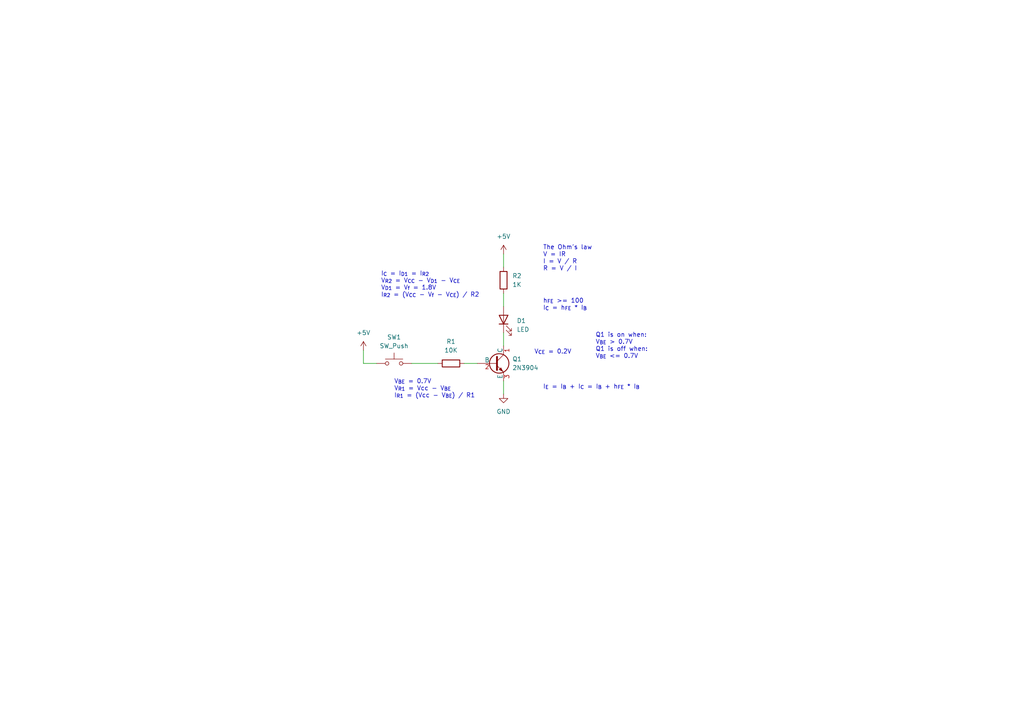
<source format=kicad_sch>
(kicad_sch (version 20211123) (generator eeschema)
  (paper "A4")
  (lib_symbols
    (symbol "Device:LED" (pin_numbers hide) (pin_names (offset 1.016) hide)
      (property "Reference" "D" (at 0 2.54 0))
      (property "Value" "LED" (at 0 -2.54 0))
      (symbol "LED_0_1"
        (polyline (pts (xy -1.27 -1.27) (xy -1.27 1.27)) (stroke (width 0.254)))
        (polyline (pts (xy -1.27 0) (xy 1.27 0)))
        (polyline (pts (xy 1.27 -1.27) (xy 1.27 1.27) (xy -1.27 0) (xy 1.27 -1.27)) (stroke (width 0.254)))
        (polyline (pts (xy -3.048 -0.762) (xy -4.572 -2.286) (xy -3.81 -2.286) (xy -4.572 -2.286) (xy -4.572 -1.524)))
        (polyline (pts (xy -1.778 -0.762) (xy -3.302 -2.286) (xy -2.54 -2.286) (xy -3.302 -2.286) (xy -3.302 -1.524)))
      )
      (symbol "LED_1_1"
        (pin passive line (at -3.81 0 0) (length 2.54) (name "K") (number "1"))
        (pin passive line (at 3.81 0 180) (length 2.54) (name "A") (number "2"))
      )
    )
    (symbol "Device:R" (pin_numbers hide) (pin_names (offset 0))
      (property "Reference" "R" (at 2.032 0 90))
      (property "Value" "R" (at 0 0 90))
      (symbol "R_0_1"
        (rectangle (start -1.016 -2.54) (end 1.016 2.54) (stroke (width 0.254)))
      )
      (symbol "R_1_1"
        (pin passive line (at 0 3.81 270) (length 1.27) (name "~") (number "1"))
        (pin passive line (at 0 -3.81 90) (length 1.27) (name "~") (number "2"))
      )
    )
    (symbol "Switch:SW_Push" (pin_numbers hide) (pin_names (offset 1.016) hide)
      (property "Reference" "SW" (at 1.27 2.54 0))
      (property "Value" "SW_Push" (at 0 -1.524 0))
      (symbol "SW_Push_0_1"
        (circle (center -2.032 0) (radius 0.508))
        (polyline (pts (xy 0 1.27) (xy 0 3.048)))
        (polyline (pts (xy 2.54 1.27) (xy -2.54 1.27)))
        (circle (center 2.032 0) (radius 0.508))
        (pin passive line (at -5.08 0 0) (length 2.54) (name "1") (number "1"))
        (pin passive line (at 5.08 0 180) (length 2.54) (name "2") (number "2"))
      )
    )
    (symbol "Transistor_BJT:2N3904" (pin_names (offset 0))
      (property "Reference" "Q?" (at 5.08 1.2701 0))
      (property "Value" "2N3904" (at 5.08 -1.2699 0))
      (symbol "2N3904_0_1"
        (polyline (pts (xy 0.635 0.635) (xy 2.54 2.54)))
        (polyline (pts (xy 0.635 -0.635) (xy 2.54 -2.54) (xy 2.54 -2.54)))
        (polyline (pts (xy 0.635 1.905) (xy 0.635 -1.905) (xy 0.635 -1.905)) (stroke (width 0.508)))
        (polyline (pts (xy 1.27 -1.778) (xy 1.778 -1.27) (xy 2.286 -2.286) (xy 1.27 -1.778) (xy 1.27 -1.778)) (fill (type outline)))
        (circle (center 1.27 0) (radius 2.8194) (stroke (width 0.254)))
      )
      (symbol "2N3904_1_1"
        (pin passive line (at 2.54 5.08 270) (length 2.54) (name "C") (number "1"))
        (pin passive line (at -5.08 0 0) (length 5.715) (name "B") (number "2"))
        (pin passive line (at 2.54 -5.08 90) (length 2.54) (name "E") (number "3"))
      )
    )
    (symbol "power:+5V" (power) (pin_names (offset 0))
      (property "Value" "+5V" (at 0 3.556 0))
      (symbol "+5V_0_1"
        (polyline (pts (xy -0.762 1.27) (xy 0 2.54)))
        (polyline (pts (xy 0 0) (xy 0 2.54)))
        (polyline (pts (xy 0 2.54) (xy 0.762 1.27)))
      )
      (symbol "+5V_1_1"
        (pin power_in line (at 0 0 90) (length 0) hide (name "+5V") (number "1"))
      )
    )
    (symbol "power:GND" (power) (pin_names (offset 0))
      (property "Value" "GND" (at 0 -3.81 0))
      (symbol "GND_0_1"
        (polyline (pts (xy 0 0) (xy 0 -1.27) (xy 1.27 -1.27) (xy 0 -2.54) (xy -1.27 -1.27) (xy 0 -1.27)))
      )
      (symbol "GND_1_1"
        (pin power_in line (at 0 0 270) (length 0) hide (name "GND") (number "1"))
      )
    )
  )
  (wire (pts (xy 146.05 110.49) (xy 146.05 114.3)))
  (wire (pts (xy 105.41 101.6) (xy 105.41 105.41)))
  (wire (pts (xy 146.05 73.66) (xy 146.05 77.47)))
  (wire (pts (xy 105.41 105.41) (xy 109.22 105.41)))
  (wire (pts (xy 134.62 105.41) (xy 138.43 105.41)))
  (wire (pts (xy 146.05 85.09) (xy 146.05 88.9)))
  (wire (pts (xy 146.05 96.52) (xy 146.05 100.33)))
  (wire (pts (xy 119.38 105.41) (xy 127 105.41)))
  (text "I_{E} = I_{B} + I_{C} = I_{B} + h_{FE} * I_{B}" (at 157.48 113.03 0) (effects (font (size 1.27 1.27)) (justify left bottom)))
  (text "The Ohm's law\nV = IR\nI = V / R\nR = V / I" (at 157.48 78.74 0) (effects (font (size 1.27 1.27)) (justify left bottom)))
  (text "I_{C} = I_{D1} = I_{R2}\nV_{R2} = V_{CC} - V_{D1} - V_{CE}\nV_{D1} = V_{f} = 1.8V\nI_{R2} = (V_{CC} - V_{f} - V_{CE}) / R2" (at 110.49 86.36 0) (effects (font (size 1.27 1.27)) (justify left bottom)))
  (text "V_{CE} = 0.2V" (at 154.94 102.87 0) (effects (font (size 1.27 1.27)) (justify left bottom)))
  (text "h_{FE} >= 100\nI_{C} = h_{FE} * I_{B}" (at 157.48 90.17 0) (effects (font (size 1.27 1.27)) (justify left bottom)))
  (text "V_{BE} = 0.7V\nV_{R1} = Vcc - V_{BE}\nI_{R1} = (Vcc - V_{BE}) / R1" (at 114.3 115.57 0) (effects (font (size 1.27 1.27)) (justify left bottom)))
  (text "Q1 is on when:\nV_{BE} > 0.7V\nQ1 is off when:\nV_{BE} <= 0.7V" (at 172.72 104.14 0) (effects (font (size 1.27 1.27)) (justify left bottom)))
  (symbol (lib_id "power:+5V") (at 105.41 101.6 0) (unit 1)
    (property "Reference" "#PWR01" (effects hide))
    (property "Value" "+5V" (at 105.41 96.52 0))
  )
  (symbol (lib_id "Device:R") (at 130.81 105.41 270) (unit 1)
    (property "Reference" "R1" (at 130.81 99.06 90))
    (property "Value" "10K" (at 130.81 101.6 90))
  )
  (symbol (lib_id "Device:R") (at 146.05 81.28 0) (unit 1)
    (property "Reference" "R2" (at 148.59 80.0099 0) (effects (justify left)))
    (property "Value" "1K" (at 148.59 82.5499 0) (effects (justify left)))
  )
  (symbol (lib_id "power:GND") (at 146.05 114.3 0) (unit 1)
    (property "Reference" "#PWR03" (effects hide))
    (property "Value" "GND" (at 146.05 119.38 0))
  )
  (symbol (lib_id "Transistor_BJT:2N3904") (at 143.51 105.41 0) (unit 1)
    (property "Reference" "Q1" (at 148.59 104.1399 0) (effects (justify left)))
    (property "Value" "2N3904" (at 148.59 106.6799 0) (effects (justify left)))
    (property "Footprint" "Package_TO_SOT_THT:TO-92_Inline" (effects hide))
    (property "Datasheet" "https://www.onsemi.com/pub/Collateral/2N3903-D.PDF" (effects hide))
  )
  (symbol (lib_id "Switch:SW_Push") (at 114.3 105.41 0) (unit 1)
    (property "Reference" "SW1" (at 114.3 97.79 0))
    (property "Value" "SW_Push" (at 114.3 100.33 0))
  )
  (symbol (lib_id "power:+5V") (at 146.05 73.66 0) (unit 1)
    (property "Reference" "#PWR02" (effects hide))
    (property "Value" "+5V" (at 146.05 68.58 0))
  )
  (symbol (lib_id "Device:LED") (at 146.05 92.71 90) (unit 1)
    (property "Reference" "D1" (at 149.86 93.0274 90) (effects (justify right)))
    (property "Value" "LED" (at 149.86 95.5674 90) (effects (justify right)))
  )
)
</source>
